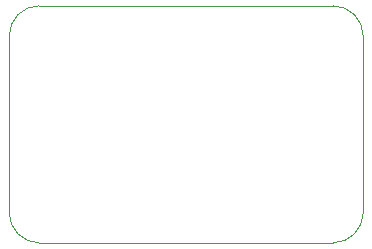
<source format=gm1>
G04 #@! TF.GenerationSoftware,KiCad,Pcbnew,8.0.5*
G04 #@! TF.CreationDate,2024-10-21T19:45:19-04:00*
G04 #@! TF.ProjectId,DRV8871_PCB,44525638-3837-4315-9f50-43422e6b6963,rev?*
G04 #@! TF.SameCoordinates,Original*
G04 #@! TF.FileFunction,Profile,NP*
%FSLAX46Y46*%
G04 Gerber Fmt 4.6, Leading zero omitted, Abs format (unit mm)*
G04 Created by KiCad (PCBNEW 8.0.5) date 2024-10-21 19:45:19*
%MOMM*%
%LPD*%
G01*
G04 APERTURE LIST*
G04 #@! TA.AperFunction,Profile*
%ADD10C,0.050000*%
G04 #@! TD*
G04 APERTURE END LIST*
D10*
X29972000Y-17526000D02*
G75*
G02*
X27432000Y-20066000I-2540000J0D01*
G01*
X0Y-17526000D02*
X0Y-2540000D01*
X2540000Y-20066000D02*
G75*
G02*
X0Y-17526000I0J2540000D01*
G01*
X0Y-2540000D02*
G75*
G02*
X2540000Y0I2540000J0D01*
G01*
X2540000Y0D02*
X27432000Y0D01*
X29972000Y-2540000D02*
X29972000Y-17526000D01*
X27432000Y-20066000D02*
X2540000Y-20066000D01*
X27432000Y0D02*
G75*
G02*
X29972000Y-2540000I0J-2540000D01*
G01*
M02*

</source>
